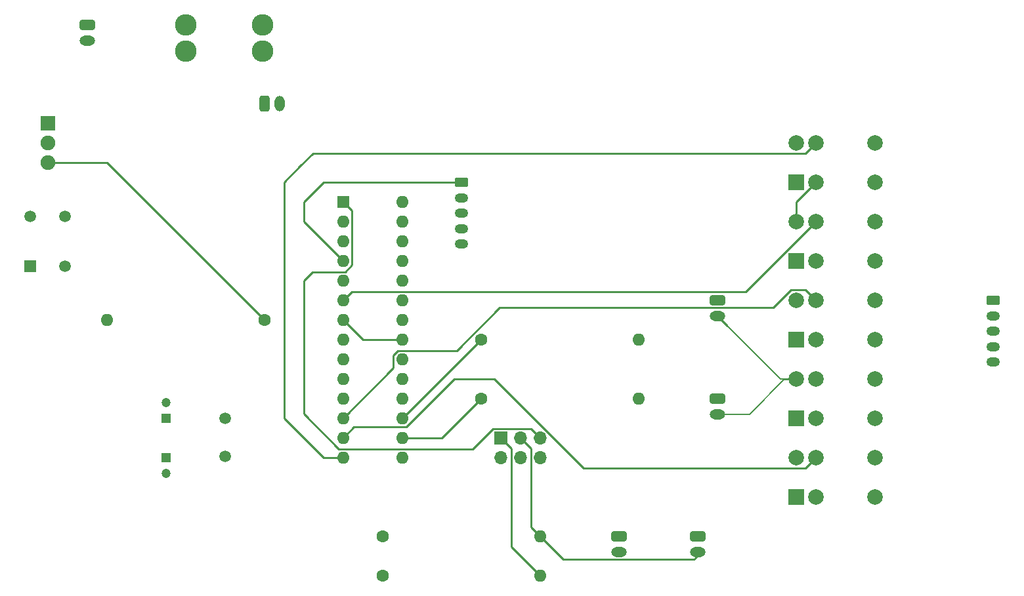
<source format=gbr>
%TF.GenerationSoftware,KiCad,Pcbnew,(5.99.0-7306-g4b2d9a5054)*%
%TF.CreationDate,2020-12-03T04:12:58-05:00*%
%TF.ProjectId,CaRFID,43615246-4944-42e6-9b69-6361645f7063,rev?*%
%TF.SameCoordinates,Original*%
%TF.FileFunction,Copper,L2,Bot*%
%TF.FilePolarity,Positive*%
%FSLAX46Y46*%
G04 Gerber Fmt 4.6, Leading zero omitted, Abs format (unit mm)*
G04 Created by KiCad (PCBNEW (5.99.0-7306-g4b2d9a5054)) date 2020-12-03 04:12:58*
%MOMM*%
%LPD*%
G01*
G04 APERTURE LIST*
G04 Aperture macros list*
%AMRoundRect*
0 Rectangle with rounded corners*
0 $1 Rounding radius*
0 $2 $3 $4 $5 $6 $7 $8 $9 X,Y pos of 4 corners*
0 Add a 4 corners polygon primitive as box body*
4,1,4,$2,$3,$4,$5,$6,$7,$8,$9,$2,$3,0*
0 Add four circle primitives for the rounded corners*
1,1,$1+$1,$2,$3,0*
1,1,$1+$1,$4,$5,0*
1,1,$1+$1,$6,$7,0*
1,1,$1+$1,$8,$9,0*
0 Add four rect primitives between the rounded corners*
20,1,$1+$1,$2,$3,$4,$5,0*
20,1,$1+$1,$4,$5,$6,$7,0*
20,1,$1+$1,$6,$7,$8,$9,0*
20,1,$1+$1,$8,$9,$2,$3,0*%
G04 Aperture macros list end*
%TA.AperFunction,ComponentPad*%
%ADD10C,1.910000*%
%TD*%
%TA.AperFunction,ComponentPad*%
%ADD11R,1.910000X1.910000*%
%TD*%
%TA.AperFunction,ComponentPad*%
%ADD12RoundRect,0.250000X-0.750000X-0.400000X0.750000X-0.400000X0.750000X0.400000X-0.750000X0.400000X0*%
%TD*%
%TA.AperFunction,ComponentPad*%
%ADD13O,2.000000X1.300000*%
%TD*%
%TA.AperFunction,ComponentPad*%
%ADD14RoundRect,0.250000X0.400000X-0.750000X0.400000X0.750000X-0.400000X0.750000X-0.400000X-0.750000X0*%
%TD*%
%TA.AperFunction,ComponentPad*%
%ADD15O,1.300000X2.000000*%
%TD*%
%TA.AperFunction,ComponentPad*%
%ADD16R,1.200000X1.200000*%
%TD*%
%TA.AperFunction,ComponentPad*%
%ADD17C,1.200000*%
%TD*%
%TA.AperFunction,ComponentPad*%
%ADD18R,2.000000X2.000000*%
%TD*%
%TA.AperFunction,ComponentPad*%
%ADD19C,2.000000*%
%TD*%
%TA.AperFunction,ComponentPad*%
%ADD20R,1.700000X1.700000*%
%TD*%
%TA.AperFunction,ComponentPad*%
%ADD21O,1.700000X1.700000*%
%TD*%
%TA.AperFunction,ComponentPad*%
%ADD22R,1.600000X1.600000*%
%TD*%
%TA.AperFunction,ComponentPad*%
%ADD23O,1.600000X1.600000*%
%TD*%
%TA.AperFunction,ComponentPad*%
%ADD24C,1.600000*%
%TD*%
%TA.AperFunction,ComponentPad*%
%ADD25RoundRect,0.250000X-0.625000X0.350000X-0.625000X-0.350000X0.625000X-0.350000X0.625000X0.350000X0*%
%TD*%
%TA.AperFunction,ComponentPad*%
%ADD26O,1.750000X1.200000*%
%TD*%
%TA.AperFunction,ComponentPad*%
%ADD27C,2.780000*%
%TD*%
%TA.AperFunction,ComponentPad*%
%ADD28R,1.498000X1.498000*%
%TD*%
%TA.AperFunction,ComponentPad*%
%ADD29C,1.498000*%
%TD*%
%TA.AperFunction,ComponentPad*%
%ADD30C,1.500000*%
%TD*%
%TA.AperFunction,Conductor*%
%ADD31C,0.127000*%
%TD*%
%TA.AperFunction,Conductor*%
%ADD32C,0.250000*%
%TD*%
G04 APERTURE END LIST*
D10*
%TO.P,U1,3,OUT*%
%TO.N,Net-(J0-Pad4)*%
X22860000Y-68580000D03*
%TO.P,U1,2,GND*%
%TO.N,GND*%
X22860000Y-66040000D03*
D11*
%TO.P,U1,1,IN*%
%TO.N,Net-(J1-Pad1)*%
X22860000Y-63500000D03*
%TD*%
D12*
%TO.P,SW0,1,Pin_1*%
%TO.N,Net-(F0-Pad1)*%
X27940000Y-50800000D03*
D13*
%TO.P,SW0,2,Pin_2*%
%TO.N,Net-(J1-Pad1)*%
X27940000Y-52800000D03*
%TD*%
D12*
%TO.P,SW1,1,Pin_1*%
%TO.N,GND*%
X106680000Y-116840000D03*
D13*
%TO.P,SW1,2,Pin_2*%
%TO.N,Net-(J2-Pad3)*%
X106680000Y-118840000D03*
%TD*%
D12*
%TO.P,SW2,1,Pin_1*%
%TO.N,GND*%
X96520000Y-116840000D03*
D13*
%TO.P,SW2,2,Pin_2*%
%TO.N,Net-(J2-Pad1)*%
X96520000Y-118840000D03*
%TD*%
D12*
%TO.P,D0,1,Pin_1*%
%TO.N,Net-(D0-Pad1)*%
X109220000Y-86360000D03*
D13*
%TO.P,D0,2,Pin_2*%
%TO.N,GND*%
X109220000Y-88360000D03*
%TD*%
D12*
%TO.P,D1,1,Pin_1*%
%TO.N,Net-(D1-Pad1)*%
X109220000Y-99060000D03*
D13*
%TO.P,D1,2,Pin_2*%
%TO.N,GND*%
X109220000Y-101060000D03*
%TD*%
D14*
%TO.P,J1,1,Pin_1*%
%TO.N,Net-(J1-Pad1)*%
X50800000Y-60960000D03*
D15*
%TO.P,J1,2,Pin_2*%
%TO.N,GND*%
X52800000Y-60960000D03*
%TD*%
D16*
%TO.P,C0,1*%
%TO.N,Net-(C0-Pad1)*%
X38100000Y-101600000D03*
D17*
%TO.P,C0,2*%
%TO.N,GND*%
X38100000Y-99600000D03*
%TD*%
D18*
%TO.P,K2,1*%
%TO.N,Net-(K2-Pad1)*%
X119380000Y-91440000D03*
D19*
%TO.P,K2,2*%
%TO.N,GND*%
X121920000Y-91440000D03*
%TO.P,K2,5*%
%TO.N,Net-(J3-Pad3)*%
X129540000Y-91440000D03*
%TO.P,K2,6*%
X129540000Y-86360000D03*
%TO.P,K2,9*%
%TO.N,Net-(K2-Pad9)*%
X121920000Y-86360000D03*
%TO.P,K2,10*%
%TO.N,GND*%
X119380000Y-86360000D03*
%TD*%
D18*
%TO.P,K0,1*%
%TO.N,Net-(K0-Pad1)*%
X119380000Y-71120000D03*
D19*
%TO.P,K0,2*%
%TO.N,GND*%
X121920000Y-71120000D03*
%TO.P,K0,5*%
%TO.N,Net-(J3-Pad1)*%
X129540000Y-71120000D03*
%TO.P,K0,6*%
X129540000Y-66040000D03*
%TO.P,K0,9*%
%TO.N,Net-(K0-Pad9)*%
X121920000Y-66040000D03*
%TO.P,K0,10*%
%TO.N,GND*%
X119380000Y-66040000D03*
%TD*%
D20*
%TO.P,J2,1,MISO*%
%TO.N,Net-(J2-Pad1)*%
X81280000Y-104140000D03*
D21*
%TO.P,J2,2,VCC*%
%TO.N,Net-(J0-Pad4)*%
X81280000Y-106680000D03*
%TO.P,J2,3,SCK*%
%TO.N,Net-(J2-Pad3)*%
X83820000Y-104140000D03*
%TO.P,J2,4,MOSI*%
%TO.N,Net-(J2-Pad4)*%
X83820000Y-106680000D03*
%TO.P,J2,5,~RST*%
%TO.N,Net-(J2-Pad5)*%
X86360000Y-104140000D03*
%TO.P,J2,6,GND*%
%TO.N,GND*%
X86360000Y-106680000D03*
%TD*%
D18*
%TO.P,K4,1*%
%TO.N,Net-(K4-Pad1)*%
X119380000Y-111760000D03*
D19*
%TO.P,K4,2*%
%TO.N,GND*%
X121920000Y-111760000D03*
%TO.P,K4,5*%
%TO.N,Net-(J3-Pad5)*%
X129540000Y-111760000D03*
%TO.P,K4,6*%
X129540000Y-106680000D03*
%TO.P,K4,9*%
%TO.N,Net-(K4-Pad9)*%
X121920000Y-106680000D03*
%TO.P,K4,10*%
%TO.N,GND*%
X119380000Y-106680000D03*
%TD*%
D22*
%TO.P,U0,1,~RESET~/PC6*%
%TO.N,Net-(J2-Pad5)*%
X60960000Y-73660000D03*
D23*
%TO.P,U0,2,PD0*%
%TO.N,Net-(U0-Pad2)*%
X60960000Y-76200000D03*
%TO.P,U0,3,PD1*%
%TO.N,Net-(U0-Pad3)*%
X60960000Y-78740000D03*
%TO.P,U0,4,PD2*%
%TO.N,Net-(J0-Pad1)*%
X60960000Y-81280000D03*
%TO.P,U0,5,PD3*%
%TO.N,Net-(U0-Pad5)*%
X60960000Y-83820000D03*
%TO.P,U0,6,PD4*%
%TO.N,Net-(K1-Pad9)*%
X60960000Y-86360000D03*
%TO.P,U0,7,VCC*%
%TO.N,Net-(J0-Pad4)*%
X60960000Y-88900000D03*
%TO.P,U0,8,GND*%
%TO.N,GND*%
X60960000Y-91440000D03*
%TO.P,U0,9,XTAL1/PB6*%
%TO.N,Net-(C0-Pad1)*%
X60960000Y-93980000D03*
%TO.P,U0,10,XTAL2/PB7*%
%TO.N,Net-(C1-Pad1)*%
X60960000Y-96520000D03*
%TO.P,U0,11,PD5*%
%TO.N,Net-(K3-Pad9)*%
X60960000Y-99060000D03*
%TO.P,U0,12,PD6*%
%TO.N,Net-(K2-Pad9)*%
X60960000Y-101600000D03*
%TO.P,U0,13,PD7*%
%TO.N,Net-(K4-Pad9)*%
X60960000Y-104140000D03*
%TO.P,U0,14,PB0*%
%TO.N,Net-(K0-Pad9)*%
X60960000Y-106680000D03*
%TO.P,U0,15,PB1*%
%TO.N,Net-(U0-Pad15)*%
X68580000Y-106680000D03*
%TO.P,U0,16,PB2*%
%TO.N,Net-(R1-Pad1)*%
X68580000Y-104140000D03*
%TO.P,U0,17,PB3*%
%TO.N,Net-(J2-Pad4)*%
X68580000Y-101600000D03*
%TO.P,U0,18,PB4*%
%TO.N,Net-(J2-Pad1)*%
X68580000Y-99060000D03*
%TO.P,U0,19,PB5*%
%TO.N,Net-(J2-Pad3)*%
X68580000Y-96520000D03*
%TO.P,U0,20,AVCC*%
%TO.N,Net-(J0-Pad4)*%
X68580000Y-93980000D03*
%TO.P,U0,21,AREF*%
X68580000Y-91440000D03*
%TO.P,U0,22,GND*%
%TO.N,GND*%
X68580000Y-88900000D03*
%TO.P,U0,23,PC0*%
%TO.N,Net-(U0-Pad23)*%
X68580000Y-86360000D03*
%TO.P,U0,24,PC1*%
%TO.N,Net-(U0-Pad24)*%
X68580000Y-83820000D03*
%TO.P,U0,25,PC2*%
%TO.N,Net-(U0-Pad25)*%
X68580000Y-81280000D03*
%TO.P,U0,26,PC3*%
%TO.N,Net-(U0-Pad26)*%
X68580000Y-78740000D03*
%TO.P,U0,27,PC4*%
%TO.N,Net-(J0-Pad3)*%
X68580000Y-76200000D03*
%TO.P,U0,28,PC5*%
%TO.N,Net-(J0-Pad2)*%
X68580000Y-73660000D03*
%TD*%
D24*
%TO.P,R2,1*%
%TO.N,Net-(J0-Pad4)*%
X66040000Y-116840000D03*
D23*
%TO.P,R2,2*%
%TO.N,Net-(J2-Pad3)*%
X86360000Y-116840000D03*
%TD*%
D24*
%TO.P,R4,1*%
%TO.N,Net-(J0-Pad4)*%
X50800000Y-88900000D03*
D23*
%TO.P,R4,2*%
%TO.N,Net-(J2-Pad5)*%
X30480000Y-88900000D03*
%TD*%
D18*
%TO.P,K1,1*%
%TO.N,Net-(K1-Pad1)*%
X119380000Y-81280000D03*
D19*
%TO.P,K1,2*%
%TO.N,GND*%
X121920000Y-81280000D03*
%TO.P,K1,5*%
%TO.N,Net-(J3-Pad2)*%
X129540000Y-81280000D03*
%TO.P,K1,6*%
X129540000Y-76200000D03*
%TO.P,K1,9*%
%TO.N,Net-(K1-Pad9)*%
X121920000Y-76200000D03*
%TO.P,K1,10*%
%TO.N,GND*%
X119380000Y-76200000D03*
%TD*%
D24*
%TO.P,R0,1*%
%TO.N,Net-(J2-Pad4)*%
X78740000Y-91440000D03*
D23*
%TO.P,R0,2*%
%TO.N,Net-(D0-Pad1)*%
X99060000Y-91440000D03*
%TD*%
D25*
%TO.P,J3,1,Pin_1*%
%TO.N,Net-(J3-Pad1)*%
X144780000Y-86360000D03*
D26*
%TO.P,J3,2,Pin_2*%
%TO.N,Net-(J3-Pad2)*%
X144780000Y-88360000D03*
%TO.P,J3,3,Pin_3*%
%TO.N,Net-(J3-Pad3)*%
X144780000Y-90360000D03*
%TO.P,J3,4,Pin_4*%
%TO.N,Net-(J3-Pad4)*%
X144780000Y-92360000D03*
%TO.P,J3,5,Pin_5*%
%TO.N,Net-(J3-Pad5)*%
X144780000Y-94360000D03*
%TD*%
D27*
%TO.P,F0,1*%
%TO.N,Net-(F0-Pad1)*%
X40640000Y-54200000D03*
X40640000Y-50800000D03*
%TO.P,F0,2*%
%TO.N,+12V*%
X50560000Y-50800000D03*
X50560000Y-54200000D03*
%TD*%
D24*
%TO.P,R3,1*%
%TO.N,Net-(J0-Pad4)*%
X66040000Y-121920000D03*
D23*
%TO.P,R3,2*%
%TO.N,Net-(J2-Pad1)*%
X86360000Y-121920000D03*
%TD*%
D28*
%TO.P,SW3,1*%
%TO.N,Net-(J2-Pad5)*%
X20610000Y-81990000D03*
D29*
%TO.P,SW3,2*%
%TO.N,Net-(SW3-Pad2)*%
X20610000Y-75490000D03*
%TO.P,SW3,3*%
%TO.N,Net-(SW3-Pad3)*%
X25110000Y-81990000D03*
%TO.P,SW3,4*%
%TO.N,GND*%
X25110000Y-75490000D03*
%TD*%
D24*
%TO.P,R1,1*%
%TO.N,Net-(R1-Pad1)*%
X78740000Y-99060000D03*
D23*
%TO.P,R1,2*%
%TO.N,Net-(D1-Pad1)*%
X99060000Y-99060000D03*
%TD*%
D18*
%TO.P,K3,1*%
%TO.N,Net-(K3-Pad1)*%
X119380000Y-101600000D03*
D19*
%TO.P,K3,2*%
%TO.N,GND*%
X121920000Y-101600000D03*
%TO.P,K3,5*%
%TO.N,Net-(J3-Pad4)*%
X129540000Y-101600000D03*
%TO.P,K3,6*%
X129540000Y-96520000D03*
%TO.P,K3,9*%
%TO.N,Net-(K3-Pad9)*%
X121920000Y-96520000D03*
%TO.P,K3,10*%
%TO.N,GND*%
X119380000Y-96520000D03*
%TD*%
D25*
%TO.P,J0,1,Pin_1*%
%TO.N,Net-(J0-Pad1)*%
X76200000Y-71120000D03*
D26*
%TO.P,J0,2,Pin_2*%
%TO.N,Net-(J0-Pad2)*%
X76200000Y-73120000D03*
%TO.P,J0,3,Pin_3*%
%TO.N,Net-(J0-Pad3)*%
X76200000Y-75120000D03*
%TO.P,J0,4,Pin_4*%
%TO.N,Net-(J0-Pad4)*%
X76200000Y-77120000D03*
%TO.P,J0,5,Pin_5*%
%TO.N,GND*%
X76200000Y-79120000D03*
%TD*%
D30*
%TO.P,Y0,1,1*%
%TO.N,Net-(C0-Pad1)*%
X45720000Y-101600000D03*
%TO.P,Y0,2,2*%
%TO.N,Net-(C1-Pad1)*%
X45720000Y-106480000D03*
%TD*%
D16*
%TO.P,C1,1*%
%TO.N,Net-(C1-Pad1)*%
X38100000Y-106680000D03*
D17*
%TO.P,C1,2*%
%TO.N,GND*%
X38100000Y-108680000D03*
%TD*%
D31*
%TO.N,GND*%
X117920000Y-96520000D02*
X117380000Y-96520000D01*
X117380000Y-96520000D02*
X109220000Y-88360000D01*
X117920000Y-96520000D02*
X113380000Y-101060000D01*
X113380000Y-101060000D02*
X109220000Y-101060000D01*
D32*
%TO.N,Net-(K2-Pad9)*%
X60960000Y-101600000D02*
X67454999Y-95105001D01*
X67454999Y-95105001D02*
X67454999Y-93439999D01*
X67454999Y-93439999D02*
X68039999Y-92854999D01*
X68039999Y-92854999D02*
X75659999Y-92854999D01*
X75659999Y-92854999D02*
X81179988Y-87335010D01*
X81179988Y-87335010D02*
X116443988Y-87335010D01*
X116443988Y-87335010D02*
X118743999Y-85034999D01*
X118743999Y-85034999D02*
X120594999Y-85034999D01*
X120594999Y-85034999D02*
X121920000Y-86360000D01*
%TO.N,Net-(J0-Pad4)*%
X60960000Y-88900000D02*
X63500000Y-91440000D01*
X63500000Y-91440000D02*
X68580000Y-91440000D01*
%TO.N,GND*%
X119380000Y-73660000D02*
X121920000Y-71120000D01*
X119380000Y-76200000D02*
X119380000Y-73660000D01*
X109220000Y-88360000D02*
X110545010Y-89685010D01*
X119380000Y-96520000D02*
X117920000Y-96520000D01*
%TO.N,Net-(K0-Pad9)*%
X58420000Y-106680000D02*
X60960000Y-106680000D01*
X53340000Y-71120000D02*
X53340000Y-99111410D01*
X58420000Y-106680000D02*
X55880000Y-104140000D01*
X57094999Y-67365001D02*
X55429990Y-69030010D01*
X53340000Y-99111410D02*
X53340000Y-101600000D01*
X55429990Y-69030010D02*
X53340000Y-71120000D01*
X55880000Y-104140000D02*
X53340000Y-101600000D01*
X121920000Y-66040000D02*
X120594999Y-67365001D01*
X120594999Y-67365001D02*
X57094999Y-67365001D01*
%TO.N,Net-(K1-Pad9)*%
X62085001Y-85234999D02*
X112885001Y-85234999D01*
X112885001Y-85234999D02*
X121920000Y-76200000D01*
X60960000Y-86360000D02*
X62085001Y-85234999D01*
%TO.N,Net-(J0-Pad1)*%
X58420000Y-71120000D02*
X55880000Y-73660000D01*
X55880000Y-76200000D02*
X60960000Y-81280000D01*
X76200000Y-71120000D02*
X61314998Y-71120000D01*
X55880000Y-73660000D02*
X55880000Y-76200000D01*
X61314998Y-71120000D02*
X58420000Y-71120000D01*
%TO.N,Net-(K4-Pad9)*%
X121920000Y-106680000D02*
X120594999Y-108005001D01*
X91964003Y-108005001D02*
X80479002Y-96520000D01*
X80479002Y-96520000D02*
X75325002Y-96520000D01*
X75325002Y-96520000D02*
X69120001Y-102725001D01*
X62374999Y-102725001D02*
X60960000Y-104140000D01*
X120594999Y-108005001D02*
X91964003Y-108005001D01*
X69120001Y-102725001D02*
X62374999Y-102725001D01*
%TO.N,Net-(J0-Pad4)*%
X76200000Y-76703161D02*
X76200000Y-77120000D01*
X22860000Y-68580000D02*
X30480000Y-68580000D01*
X30480000Y-68580000D02*
X50800000Y-88900000D01*
%TO.N,Net-(J2-Pad3)*%
X106244990Y-119815010D02*
X89335010Y-119815010D01*
X86360000Y-116840000D02*
X85184999Y-115664999D01*
X89335010Y-119815010D02*
X86360000Y-116840000D01*
X85184999Y-115664999D02*
X85184999Y-105504999D01*
X85184999Y-105504999D02*
X83820000Y-104140000D01*
X106680000Y-119380000D02*
X106244990Y-119815010D01*
%TO.N,Net-(J2-Pad4)*%
X78740000Y-91440000D02*
X68580000Y-101600000D01*
%TO.N,Net-(R1-Pad1)*%
X73660000Y-104140000D02*
X68580000Y-104140000D01*
X78740000Y-99060000D02*
X73660000Y-104140000D01*
%TO.N,Net-(J2-Pad5)*%
X80295374Y-102964990D02*
X85184990Y-102964990D01*
X57005001Y-82694999D02*
X55880000Y-83820000D01*
X61210003Y-82694999D02*
X57005001Y-82694999D01*
X85184990Y-102964990D02*
X86360000Y-104140000D01*
X55880000Y-83820000D02*
X55880000Y-101015000D01*
X62085001Y-81820001D02*
X61210003Y-82694999D01*
X77705365Y-105554999D02*
X80295374Y-102964990D01*
X62085001Y-74785001D02*
X60960000Y-73660000D01*
X60419999Y-105554999D02*
X77705365Y-105554999D01*
X55880000Y-101015000D02*
X60419999Y-105554999D01*
X62085001Y-74785001D02*
X62085001Y-81820001D01*
%TO.N,Net-(J2-Pad1)*%
X82644999Y-118204999D02*
X82644999Y-105504999D01*
X86360000Y-121920000D02*
X82644999Y-118204999D01*
X82644999Y-105504999D02*
X81280000Y-104140000D01*
%TD*%
M02*

</source>
